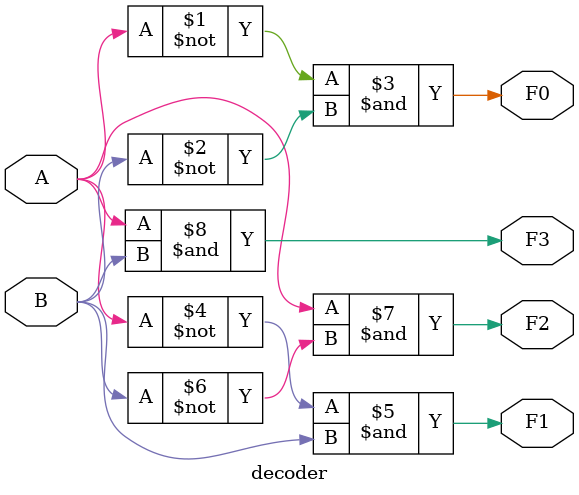
<source format=v>
module decoder (input wire A, B, output wire F3, F2, F1, F0);
    assign F0 = ~A & ~B;
    assign F1 = ~A & B;
    assign F2 = A & ~B;
    assign F3 = A & B;
endmodule

/* One hot decoder
A B | F3 F2 F1 F0
0 0 |  0  0  0  1
0 1 |  0  0  1  0
1 0 |  0  1  0  0
1 1 |  1  0  0  0
*/

</source>
